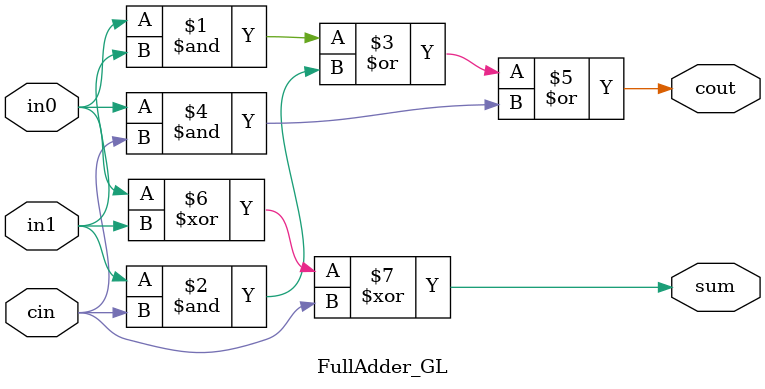
<source format=v>

`ifndef FULL_ADDER_GL_V
`define FULL_ADDER_GL_V

module FullAdder_GL
(
  (* keep=1 *) input  wire in0,
  (* keep=1 *) input  wire in1,
  (* keep=1 *) input  wire cin,
  (* keep=1 *) output wire cout,
  (* keep=1 *) output wire sum
);

  // Simplified boolean equations through K-map, adds inputs and outputs sum with a cout if sum is more 
  // than 1 for carrying to next place
  assign cout = (in0 & in1) | (in1 & cin) | (in0 & cin);
  assign sum = (in0 ^ in1) ^ (cin);

endmodule

`endif /* FULL_ADDER_GL_V */


</source>
